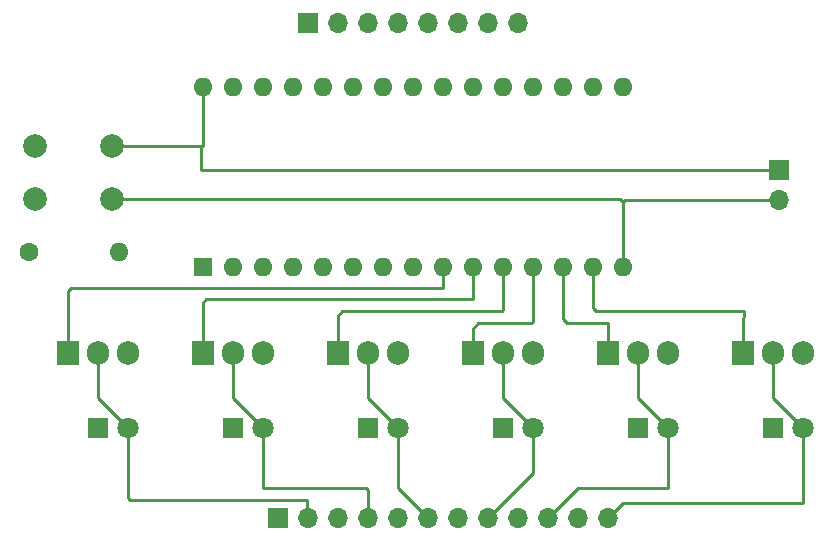
<source format=gbr>
%TF.GenerationSoftware,KiCad,Pcbnew,9.0.0*%
%TF.CreationDate,2025-03-22T14:56:06+10:00*%
%TF.ProjectId,ngmarquee.kicad_pcb_to220_1.0_m3,6e676d61-7271-4756-9565-2e6b69636164,rev?*%
%TF.SameCoordinates,Original*%
%TF.FileFunction,Copper,L1,Top*%
%TF.FilePolarity,Positive*%
%FSLAX46Y46*%
G04 Gerber Fmt 4.6, Leading zero omitted, Abs format (unit mm)*
G04 Created by KiCad (PCBNEW 9.0.0) date 2025-03-22 14:56:06*
%MOMM*%
%LPD*%
G01*
G04 APERTURE LIST*
%TA.AperFunction,ComponentPad*%
%ADD10R,1.800000X1.800000*%
%TD*%
%TA.AperFunction,ComponentPad*%
%ADD11C,1.800000*%
%TD*%
%TA.AperFunction,ComponentPad*%
%ADD12C,1.600000*%
%TD*%
%TA.AperFunction,ComponentPad*%
%ADD13O,1.600000X1.600000*%
%TD*%
%TA.AperFunction,ComponentPad*%
%ADD14R,1.905000X2.000000*%
%TD*%
%TA.AperFunction,ComponentPad*%
%ADD15O,1.905000X2.000000*%
%TD*%
%TA.AperFunction,ComponentPad*%
%ADD16R,1.700000X1.700000*%
%TD*%
%TA.AperFunction,ComponentPad*%
%ADD17O,1.700000X1.700000*%
%TD*%
%TA.AperFunction,ComponentPad*%
%ADD18C,2.000000*%
%TD*%
%TA.AperFunction,ComponentPad*%
%ADD19R,1.600000X1.600000*%
%TD*%
%TA.AperFunction,Conductor*%
%ADD20C,0.250000*%
%TD*%
G04 APERTURE END LIST*
D10*
%TO.P,D1,1*%
%TO.N,N/C*%
X100330000Y-93980000D03*
D11*
%TO.P,D1,2*%
X102870000Y-93980000D03*
%TD*%
D12*
%TO.P,R1,1*%
%TO.N,N/C*%
X94540000Y-79090000D03*
D13*
%TO.P,R1,2*%
X102160000Y-79090000D03*
%TD*%
D10*
%TO.P,D6,1*%
%TO.N,N/C*%
X157480000Y-93980000D03*
D11*
%TO.P,D6,2*%
X160020000Y-93980000D03*
%TD*%
D10*
%TO.P,D5,1*%
%TO.N,N/C*%
X146050000Y-93980000D03*
D11*
%TO.P,D5,2*%
X148590000Y-93980000D03*
%TD*%
D14*
%TO.P,Q6,1*%
%TO.N,N/C*%
X154940000Y-87630000D03*
D15*
%TO.P,Q6,2*%
X157480000Y-87630000D03*
%TO.P,Q6,3*%
X160020000Y-87630000D03*
%TD*%
D16*
%TO.P,REF\u002A\u002A,1*%
%TO.N,N/C*%
X158040000Y-72090000D03*
D17*
%TO.P,REF\u002A\u002A,2*%
X158040000Y-74630000D03*
%TD*%
D14*
%TO.P,Q2,1*%
%TO.N,N/C*%
X109220000Y-87630000D03*
D15*
%TO.P,Q2,2*%
X111760000Y-87630000D03*
%TO.P,Q2,3*%
X114300000Y-87630000D03*
%TD*%
D18*
%TO.P,REF\u002A\u002A,1*%
%TO.N,N/C*%
X95040000Y-70090000D03*
X101540000Y-70090000D03*
%TO.P,REF\u002A\u002A,2*%
X95040000Y-74590000D03*
X101540000Y-74590000D03*
%TD*%
D10*
%TO.P,D4,1*%
%TO.N,N/C*%
X134620000Y-93980000D03*
D11*
%TO.P,D4,2*%
X137160000Y-93980000D03*
%TD*%
D10*
%TO.P,D3,1*%
%TO.N,N/C*%
X123190000Y-93980000D03*
D11*
%TO.P,D3,2*%
X125730000Y-93980000D03*
%TD*%
D14*
%TO.P,Q5,1*%
%TO.N,N/C*%
X143510000Y-87630000D03*
D15*
%TO.P,Q5,2*%
X146050000Y-87630000D03*
%TO.P,Q5,3*%
X148590000Y-87630000D03*
%TD*%
D14*
%TO.P,Q4,1*%
%TO.N,N/C*%
X132080000Y-87630000D03*
D15*
%TO.P,Q4,2*%
X134620000Y-87630000D03*
%TO.P,Q4,3*%
X137160000Y-87630000D03*
%TD*%
D14*
%TO.P,Q3,1*%
%TO.N,N/C*%
X120650000Y-87630000D03*
D15*
%TO.P,Q3,2*%
X123190000Y-87630000D03*
%TO.P,Q3,3*%
X125730000Y-87630000D03*
%TD*%
D14*
%TO.P,Q1,1*%
%TO.N,N/C*%
X97790000Y-87630000D03*
D15*
%TO.P,Q1,2*%
X100330000Y-87630000D03*
%TO.P,Q1,3*%
X102870000Y-87630000D03*
%TD*%
D13*
%TO.P,A1,3V3 Out*%
%TO.N,N/C*%
X142240000Y-65090000D03*
%TO.P,A1,5V Out*%
X116840000Y-65090000D03*
%TO.P,A1,A0*%
X137160000Y-65090000D03*
%TO.P,A1,A1*%
X134620000Y-65090000D03*
%TO.P,A1,A2*%
X132080000Y-65090000D03*
%TO.P,A1,A3*%
X129540000Y-65090000D03*
%TO.P,A1,A4*%
X127000000Y-65090000D03*
%TO.P,A1,A5*%
X124460000Y-65090000D03*
%TO.P,A1,A6*%
X121920000Y-65090000D03*
%TO.P,A1,A7*%
X119380000Y-65090000D03*
%TO.P,A1,D2*%
X119380000Y-80330000D03*
%TO.P,A1,D3*%
X121920000Y-80330000D03*
%TO.P,A1,D4*%
X124460000Y-80330000D03*
%TO.P,A1,D5*%
X127000000Y-80330000D03*
%TO.P,A1,D6*%
X129540000Y-80330000D03*
%TO.P,A1,D7*%
X132080000Y-80330000D03*
%TO.P,A1,D8*%
X134620000Y-80330000D03*
%TO.P,A1,D9*%
X137160000Y-80330000D03*
%TO.P,A1,D10*%
X139700000Y-80330000D03*
%TO.P,A1,D11*%
X142240000Y-80330000D03*
%TO.P,A1,D12*%
X144780000Y-80330000D03*
%TO.P,A1,D13*%
X144780000Y-65090000D03*
%TO.P,A1,GND*%
X116840000Y-80330000D03*
X111760000Y-65090000D03*
%TO.P,A1,REF*%
X139700000Y-65090000D03*
%TO.P,A1,RST*%
X114300000Y-80330000D03*
X114300000Y-65090000D03*
%TO.P,A1,RX0*%
X111760000Y-80330000D03*
D19*
%TO.P,A1,TX1*%
X109220000Y-80330000D03*
D13*
%TO.P,A1,Vin*%
X109220000Y-65090000D03*
%TD*%
D16*
%TO.P,J1,1*%
%TO.N,N/C*%
X118110000Y-59690000D03*
D17*
%TO.P,J1,2*%
X120650000Y-59690000D03*
%TO.P,J1,3*%
X123190000Y-59690000D03*
%TO.P,J1,4*%
X125730000Y-59690000D03*
%TO.P,J1,5*%
X128270000Y-59690000D03*
%TO.P,J1,6*%
X130810000Y-59690000D03*
%TO.P,J1,7*%
X133350000Y-59690000D03*
%TO.P,J1,8*%
X135890000Y-59690000D03*
%TD*%
D10*
%TO.P,D2,1*%
%TO.N,N/C*%
X111760000Y-93980000D03*
D11*
%TO.P,D2,2*%
X114300000Y-93980000D03*
%TD*%
D16*
%TO.P,J2,1*%
%TO.N,N/C*%
X115570000Y-101600000D03*
D17*
%TO.P,J2,2*%
X118110000Y-101600000D03*
%TO.P,J2,3*%
X120650000Y-101600000D03*
%TO.P,J2,4*%
X123190000Y-101600000D03*
%TO.P,J2,5*%
X125730000Y-101600000D03*
%TO.P,J2,6*%
X128270000Y-101600000D03*
%TO.P,J2,7*%
X130810000Y-101600000D03*
%TO.P,J2,8*%
X133350000Y-101600000D03*
%TO.P,J2,9*%
X135890000Y-101600000D03*
%TO.P,J2,10*%
X138430000Y-101600000D03*
%TO.P,J2,11*%
X140970000Y-101600000D03*
%TO.P,J2,12*%
X143510000Y-101600000D03*
%TD*%
D20*
%TO.N,*%
X134620000Y-84010000D02*
X134540000Y-84090000D01*
X109040000Y-70090000D02*
X109220000Y-70090000D01*
X102870000Y-93980000D02*
X102870000Y-99920000D01*
X158040000Y-72090000D02*
X109040000Y-72090000D01*
X114300000Y-99060000D02*
X123010000Y-99060000D01*
X111760000Y-87630000D02*
X111760000Y-91440000D01*
X97790000Y-82340000D02*
X97790000Y-87630000D01*
X132540000Y-85090000D02*
X132080000Y-85550000D01*
X125730000Y-93980000D02*
X125730000Y-99060000D01*
X157480000Y-91440000D02*
X160020000Y-93980000D01*
X154940000Y-84690000D02*
X154940000Y-87630000D01*
X100330000Y-87630000D02*
X100330000Y-91440000D01*
X118040000Y-100090000D02*
X118040000Y-101530000D01*
X102870000Y-99920000D02*
X103040000Y-100090000D01*
X114300000Y-93980000D02*
X114300000Y-99060000D01*
X109220000Y-70090000D02*
X109220000Y-65090000D01*
X143540000Y-85590000D02*
X143510000Y-85620000D01*
X123190000Y-99240000D02*
X123190000Y-101600000D01*
X137160000Y-97790000D02*
X133350000Y-101600000D01*
X125730000Y-99060000D02*
X128270000Y-101600000D01*
X109220000Y-83410000D02*
X109220000Y-87630000D01*
X111760000Y-91440000D02*
X114300000Y-93980000D01*
X155040000Y-84090000D02*
X155040000Y-84590000D01*
X140040000Y-85090000D02*
X143540000Y-85090000D01*
X142240000Y-80330000D02*
X142240000Y-83790000D01*
X132040000Y-83090000D02*
X109540000Y-83090000D01*
X137160000Y-84970000D02*
X137040000Y-85090000D01*
X134620000Y-87630000D02*
X134620000Y-91440000D01*
X109540000Y-83090000D02*
X109220000Y-83410000D01*
X121040000Y-84090000D02*
X120650000Y-84480000D01*
X95040000Y-78590000D02*
X94540000Y-79090000D01*
X148590000Y-99040000D02*
X140990000Y-99040000D01*
X103040000Y-100090000D02*
X118040000Y-100090000D01*
X143510000Y-85620000D02*
X143510000Y-87630000D01*
X137040000Y-85090000D02*
X132540000Y-85090000D01*
X144780000Y-74830000D02*
X144780000Y-75090000D01*
X143540000Y-85090000D02*
X143540000Y-85590000D01*
X157480000Y-87630000D02*
X157480000Y-91440000D01*
X144820000Y-75130000D02*
X144780000Y-75090000D01*
X132080000Y-85550000D02*
X132080000Y-87630000D01*
X146050000Y-87630000D02*
X146050000Y-91440000D01*
X129540000Y-82090000D02*
X98040000Y-82090000D01*
X109040000Y-72090000D02*
X109040000Y-70090000D01*
X144540000Y-74590000D02*
X144780000Y-74830000D01*
X123190000Y-87630000D02*
X123190000Y-91440000D01*
X144780000Y-100330000D02*
X143510000Y-101600000D01*
X144980000Y-74630000D02*
X144780000Y-74830000D01*
X101540000Y-74590000D02*
X144540000Y-74590000D01*
X139700000Y-80330000D02*
X139700000Y-84750000D01*
X98040000Y-82090000D02*
X97790000Y-82340000D01*
X137160000Y-93980000D02*
X137160000Y-97790000D01*
X144780000Y-75090000D02*
X144780000Y-80330000D01*
X148590000Y-99040000D02*
X148590000Y-99060000D01*
X123190000Y-91440000D02*
X125730000Y-93980000D01*
X134540000Y-84090000D02*
X121040000Y-84090000D01*
X132080000Y-83050000D02*
X132040000Y-83090000D01*
X101540000Y-70090000D02*
X109040000Y-70090000D01*
X137160000Y-80330000D02*
X137160000Y-84970000D01*
X148590000Y-93980000D02*
X148590000Y-99040000D01*
X139700000Y-84750000D02*
X140040000Y-85090000D01*
X160020000Y-100330000D02*
X144780000Y-100330000D01*
X123010000Y-99060000D02*
X123190000Y-99240000D01*
X142240000Y-83790000D02*
X142540000Y-84090000D01*
X146050000Y-91440000D02*
X148590000Y-93980000D01*
X160020000Y-93980000D02*
X160020000Y-100330000D01*
X120650000Y-84480000D02*
X120650000Y-87630000D01*
X100330000Y-91440000D02*
X102870000Y-93980000D01*
X140990000Y-99040000D02*
X138430000Y-101600000D01*
X158040000Y-74630000D02*
X144980000Y-74630000D01*
X134620000Y-80330000D02*
X134620000Y-84010000D01*
X134620000Y-91440000D02*
X137160000Y-93980000D01*
X132080000Y-80330000D02*
X132080000Y-83050000D01*
X129540000Y-80330000D02*
X129540000Y-82090000D01*
X118040000Y-101530000D02*
X118110000Y-101600000D01*
X142540000Y-84090000D02*
X155040000Y-84090000D01*
X155040000Y-84590000D02*
X154940000Y-84690000D01*
%TD*%
M02*

</source>
